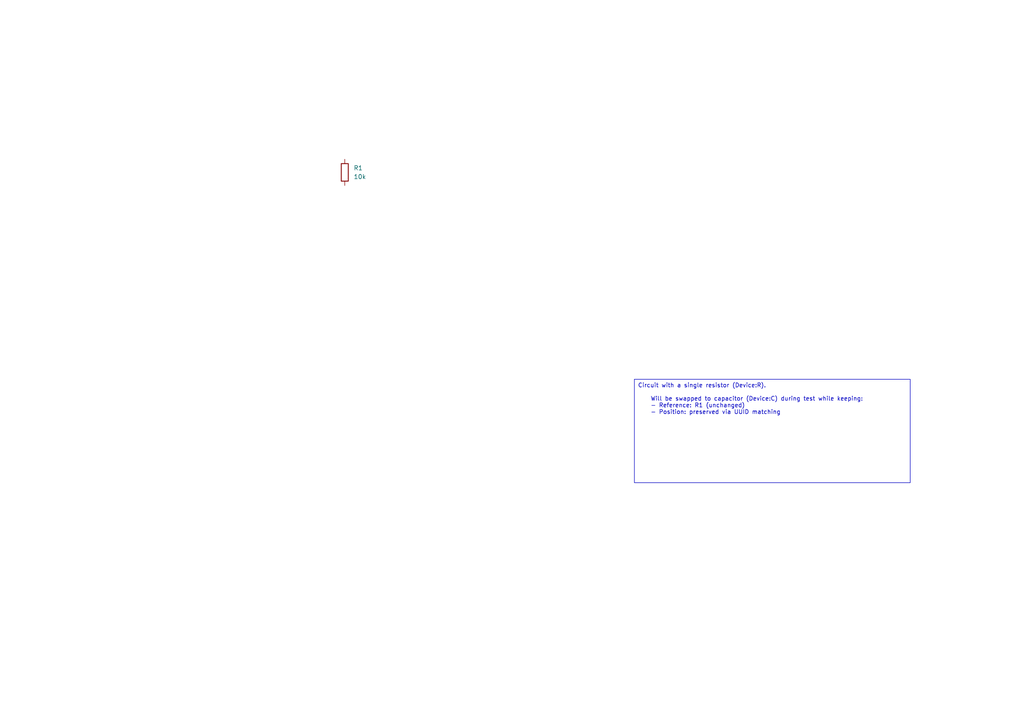
<source format=kicad_sch>
(kicad_sch (version 20250114) (generator "circuit_synth") (generator_version "0.8.36")
  (paper "A4")
  (lib_symbols
    (symbol "Device:R" (pin_numbers (hide yes)) (pin_names (offset 0))
      (property "Reference" "R" (at 2.032 0 90))
      (property "Value" "R" (at 0 0 90))
      (symbol "R_0_1"
        (rectangle (start -1.016 -2.54) (end 1.016 2.54) (stroke (width 0.254)))
      )
      (symbol "R_1_1"
        (pin passive line (at 0 3.81 270) (length 1.27) (name "~") (number "1"))
        (pin passive line (at 0 -3.81 90) (length 1.27) (name "~") (number "2"))
      )
    )
  )
  (symbol (lib_id "Device:R") (at 100 50 0) (unit 1)
    (property "Reference" "R1" (at 102.54 48.7299 0) (effects (justify left)))
    (property "Value" "10k" (at 102.54 51.2699 0) (effects (justify left)))
    (property "Footprint" "Resistor_SMD:R_0603_1608Metric" (effects (hide yes)))
    (property "hierarchy_path" "/be464ac0-8825-4e7e-a6d1-b57f28ff1aa3" (effects (hide yes)))
    (property "project_name" "single_resistor" (effects (hide yes)))
    (property "root_uuid" "be464ac0-8825-4e7e-a6d1-b57f28ff1aa3" (effects (hide yes)))
  )
  (text_box "Circuit with a single resistor (Device:R).\n\n    Will be swapped to capacitor (Device:C) during test while keeping:\n    - Reference: R1 (unchanged)\n    - Position: preserved via UUID matching" (at 184 110 0.0000) (size 80 30) (margins 1 1 1 1) (stroke (width 0.0000)) (effects (font (size 1.2 1.2)) (justify left top)))
)
</source>
